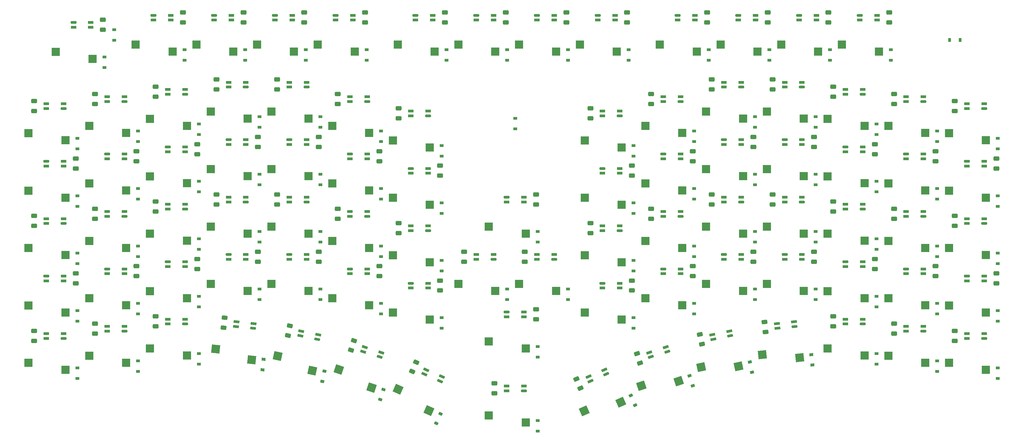
<source format=gbr>
%TF.GenerationSoftware,KiCad,Pcbnew,8.0.5*%
%TF.CreationDate,2024-10-10T16:29:34+02:00*%
%TF.ProjectId,eepyboard_rev2,65657079-626f-4617-9264-5f726576322e,1.1*%
%TF.SameCoordinates,Original*%
%TF.FileFunction,Paste,Bot*%
%TF.FilePolarity,Positive*%
%FSLAX46Y46*%
G04 Gerber Fmt 4.6, Leading zero omitted, Abs format (unit mm)*
G04 Created by KiCad (PCBNEW 8.0.5) date 2024-10-10 16:29:34*
%MOMM*%
%LPD*%
G01*
G04 APERTURE LIST*
G04 Aperture macros list*
%AMRoundRect*
0 Rectangle with rounded corners*
0 $1 Rounding radius*
0 $2 $3 $4 $5 $6 $7 $8 $9 X,Y pos of 4 corners*
0 Add a 4 corners polygon primitive as box body*
4,1,4,$2,$3,$4,$5,$6,$7,$8,$9,$2,$3,0*
0 Add four circle primitives for the rounded corners*
1,1,$1+$1,$2,$3*
1,1,$1+$1,$4,$5*
1,1,$1+$1,$6,$7*
1,1,$1+$1,$8,$9*
0 Add four rect primitives between the rounded corners*
20,1,$1+$1,$2,$3,$4,$5,0*
20,1,$1+$1,$4,$5,$6,$7,0*
20,1,$1+$1,$6,$7,$8,$9,0*
20,1,$1+$1,$8,$9,$2,$3,0*%
%AMRotRect*
0 Rectangle, with rotation*
0 The origin of the aperture is its center*
0 $1 length*
0 $2 width*
0 $3 Rotation angle, in degrees counterclockwise*
0 Add horizontal line*
21,1,$1,$2,0,0,$3*%
G04 Aperture macros list end*
%ADD10R,1.800000X0.820000*%
%ADD11RoundRect,0.205000X-0.695000X-0.205000X0.695000X-0.205000X0.695000X0.205000X-0.695000X0.205000X0*%
%ADD12RoundRect,0.205000X0.695000X0.205000X-0.695000X0.205000X-0.695000X-0.205000X0.695000X-0.205000X0*%
%ADD13RotRect,2.600000X2.600000X168.000000*%
%ADD14R,2.600000X2.600000*%
%ADD15RotRect,2.600000X2.600000X192.000000*%
%ADD16RotRect,2.600000X2.600000X198.000000*%
%ADD17RotRect,2.600000X2.600000X162.000000*%
%ADD18RotRect,2.600000X2.600000X174.000000*%
%ADD19RotRect,1.800000X0.820000X348.000000*%
%ADD20RoundRect,0.205000X-0.722434X-0.056022X0.637191X-0.345019X0.722434X0.056022X-0.637191X0.345019X0*%
%ADD21RotRect,1.800000X0.820000X354.000000*%
%ADD22RoundRect,0.205000X-0.712621X-0.131230X0.669764X-0.276524X0.712621X0.131230X-0.669764X0.276524X0*%
%ADD23RotRect,2.600000X2.600000X204.000000*%
%ADD24RotRect,1.800000X0.820000X24.000000*%
%ADD25RoundRect,0.205000X-0.551533X-0.469959X0.718295X0.095405X0.551533X0.469959X-0.718295X-0.095405X0*%
%ADD26RotRect,2.600000X2.600000X186.000000*%
%ADD27RotRect,1.800000X0.820000X18.000000*%
%ADD28RoundRect,0.205000X-0.597636X-0.409733X0.724333X0.019800X0.597636X0.409733X-0.724333X-0.019800X0*%
%ADD29RotRect,1.800000X0.820000X12.000000*%
%ADD30RoundRect,0.205000X-0.637191X-0.345019X0.722434X-0.056022X0.637191X0.345019X-0.722434X0.056022X0*%
%ADD31RotRect,2.600000X2.600000X156.000000*%
%ADD32RotRect,1.800000X0.820000X336.000000*%
%ADD33RoundRect,0.205000X-0.718295X0.095405X0.551533X-0.469959X0.718295X-0.095405X-0.551533X0.469959X0*%
%ADD34RotRect,1.800000X0.820000X342.000000*%
%ADD35RoundRect,0.205000X-0.724333X0.019800X0.597636X-0.409733X0.724333X-0.019800X-0.597636X0.409733X0*%
%ADD36RotRect,1.800000X0.820000X6.000000*%
%ADD37RoundRect,0.205000X-0.669764X-0.276524X0.712621X-0.131230X0.669764X0.276524X-0.712621X0.131230X0*%
%ADD38R,1.200000X0.900000*%
%ADD39RoundRect,0.250000X-0.650000X0.412500X-0.650000X-0.412500X0.650000X-0.412500X0.650000X0.412500X0*%
%ADD40RoundRect,0.250000X0.650000X-0.412500X0.650000X0.412500X-0.650000X0.412500X-0.650000X-0.412500X0*%
%ADD41RoundRect,0.250000X0.721560X-0.268343X0.550032X0.538628X-0.721560X0.268343X-0.550032X-0.538628X0*%
%ADD42RotRect,0.900000X1.200000X78.000000*%
%ADD43RoundRect,0.250000X0.426026X-0.641216X0.761583X0.112459X-0.426026X0.641216X-0.761583X-0.112459X0*%
%ADD44RotRect,0.900000X1.200000X96.000000*%
%ADD45RotRect,0.900000X1.200000X108.000000*%
%ADD46RotRect,0.900000X1.200000X72.000000*%
%ADD47RoundRect,0.250000X0.550032X-0.538628X0.721560X0.268343X-0.550032X0.538628X-0.721560X-0.268343X0*%
%ADD48RotRect,0.900000X1.200000X84.000000*%
%ADD49RotRect,0.900000X1.200000X66.000000*%
%ADD50RoundRect,0.250000X0.603321X-0.478184X0.689557X0.342297X-0.603321X0.478184X-0.689557X-0.342297X0*%
%ADD51RotRect,0.900000X1.200000X102.000000*%
%ADD52RoundRect,0.250000X0.689557X-0.342297X0.603321X0.478184X-0.689557X0.342297X-0.603321X-0.478184X0*%
%ADD53R,0.900000X1.200000*%
%ADD54RotRect,0.900000X1.200000X114.000000*%
%ADD55RoundRect,0.250000X0.761583X-0.112459X0.426026X0.641216X-0.761583X0.112459X-0.426026X-0.641216X0*%
%ADD56RoundRect,0.250000X0.745656X-0.191450X0.490717X0.593172X-0.745656X0.191450X-0.490717X-0.593172X0*%
%ADD57RoundRect,0.250000X0.490717X-0.593172X0.745656X0.191450X-0.490717X0.593172X-0.745656X-0.191450X0*%
G04 APERTURE END LIST*
D10*
%TO.C,LED3*%
X72247817Y-97898302D03*
X72247817Y-99398302D03*
D11*
X77647813Y-99398302D03*
D10*
X77647813Y-97898302D03*
%TD*%
%TO.C,LED67*%
X308647812Y-110648302D03*
X308647812Y-109148302D03*
D12*
X303247816Y-109148302D03*
D10*
X303247816Y-110648302D03*
%TD*%
D13*
%TO.C,S64*%
X155473694Y-181507063D03*
X144633495Y-176953758D03*
%TD*%
D14*
%TO.C,S88*%
X332722812Y-81548299D03*
X321172812Y-79348299D03*
%TD*%
D10*
%TO.C,LED73*%
X365647812Y-117398304D03*
X365647812Y-115898304D03*
D12*
X360247816Y-115898304D03*
D10*
X360247816Y-117398304D03*
%TD*%
D15*
%TO.C,S68*%
X288828793Y-180145241D03*
X277073784Y-180394697D03*
%TD*%
D10*
%TO.C,LED21*%
X265247816Y-95648303D03*
X265247816Y-97148303D03*
D11*
X270647812Y-97148303D03*
D10*
X270647812Y-95648303D03*
%TD*%
D14*
%TO.C,S37*%
X271222811Y-143048302D03*
X259672811Y-140848302D03*
%TD*%
%TO.C,S77*%
X111722812Y-81548302D03*
X100172812Y-79348302D03*
%TD*%
D10*
%TO.C,LED72*%
X365647808Y-153398299D03*
X365647808Y-151898299D03*
D12*
X360247812Y-151898299D03*
D10*
X360247812Y-153398299D03*
%TD*%
D14*
%TO.C,S82*%
X212722811Y-81548305D03*
X201172811Y-79348305D03*
%TD*%
D10*
%TO.C,LED59*%
X191647812Y-119648299D03*
X191647812Y-118148299D03*
D12*
X186247816Y-118148299D03*
D10*
X186247816Y-119648299D03*
%TD*%
%TO.C,LED84*%
X250147812Y-71648300D03*
X250147812Y-70148300D03*
D12*
X244747816Y-70148300D03*
D10*
X244747816Y-71648300D03*
%TD*%
D14*
%TO.C,S24*%
X173222811Y-161048300D03*
X161672811Y-158848300D03*
%TD*%
%TO.C,S50*%
X328222813Y-140798300D03*
X316672813Y-138598300D03*
%TD*%
D10*
%TO.C,LED54*%
X153647812Y-146648304D03*
X153647812Y-145148304D03*
D12*
X148247816Y-145148304D03*
D10*
X148247816Y-146648304D03*
%TD*%
D14*
%TO.C,S58*%
X366222813Y-181298306D03*
X354672813Y-179098306D03*
%TD*%
%TO.C,S61*%
X366222811Y-127298302D03*
X354672811Y-125098302D03*
%TD*%
D10*
%TO.C,LED48*%
X96647809Y-151148301D03*
X96647809Y-149648301D03*
D12*
X91247813Y-149648301D03*
D10*
X91247813Y-151148301D03*
%TD*%
D14*
%TO.C,S36*%
X271222813Y-161048300D03*
X259672813Y-158848300D03*
%TD*%
D10*
%TO.C,LED76*%
X86147808Y-73898303D03*
X86147808Y-72398303D03*
D12*
X80747812Y-72398303D03*
D10*
X80747812Y-73898303D03*
%TD*%
D14*
%TO.C,S23*%
X154222813Y-102548300D03*
X142672813Y-100348300D03*
%TD*%
%TO.C,S78*%
X130722812Y-81548303D03*
X119172812Y-79348303D03*
%TD*%
D10*
%TO.C,LED32*%
X360247813Y-169898298D03*
X360247813Y-171398298D03*
D11*
X365647809Y-171398298D03*
D10*
X365647809Y-169898298D03*
%TD*%
D14*
%TO.C,S11*%
X116222814Y-176798303D03*
X104672814Y-174598303D03*
%TD*%
D10*
%TO.C,LED55*%
X153647811Y-110648300D03*
X153647811Y-109148300D03*
D12*
X148247815Y-109148300D03*
D10*
X148247815Y-110648300D03*
%TD*%
D14*
%TO.C,S87*%
X313722814Y-81548302D03*
X302172814Y-79348302D03*
%TD*%
D10*
%TO.C,LED14*%
X167247813Y-131648301D03*
X167247813Y-133148301D03*
D11*
X172647809Y-133148301D03*
D10*
X172647809Y-131648301D03*
%TD*%
%TO.C,LED16*%
X186247813Y-136148303D03*
X186247813Y-137648303D03*
D11*
X191647809Y-137648303D03*
D10*
X191647809Y-136148303D03*
%TD*%
D14*
%TO.C,S76*%
X86722812Y-83798299D03*
X75172812Y-81598299D03*
%TD*%
D10*
%TO.C,LED66*%
X308647807Y-146648300D03*
X308647807Y-145148300D03*
D12*
X303247811Y-145148300D03*
D10*
X303247811Y-146648300D03*
%TD*%
%TO.C,LED56*%
X172647811Y-151148300D03*
X172647811Y-149648300D03*
D12*
X167247815Y-149648300D03*
D10*
X167247815Y-151148300D03*
%TD*%
D14*
%TO.C,S29*%
X192222816Y-147548301D03*
X180672816Y-145348301D03*
%TD*%
D10*
%TO.C,LED1*%
X72247815Y-169898302D03*
X72247815Y-171398302D03*
D11*
X77647811Y-171398302D03*
D10*
X77647811Y-169898302D03*
%TD*%
%TO.C,LED77*%
X111147808Y-71648303D03*
X111147808Y-70148303D03*
D12*
X105747812Y-70148303D03*
D10*
X105747812Y-71648303D03*
%TD*%
%TO.C,LED17*%
X186247814Y-100148300D03*
X186247814Y-101648300D03*
D11*
X191647810Y-101648300D03*
D10*
X191647810Y-100148300D03*
%TD*%
%TO.C,LED6*%
X91247812Y-95648302D03*
X91247812Y-97148302D03*
D11*
X96647808Y-97148302D03*
D10*
X96647808Y-95648302D03*
%TD*%
%TO.C,LED60*%
X251647806Y-155648302D03*
X251647806Y-154148302D03*
D12*
X246247810Y-154148302D03*
D10*
X246247810Y-155648302D03*
%TD*%
D14*
%TO.C,S53*%
X347222817Y-179048300D03*
X335672817Y-176848300D03*
%TD*%
D10*
%TO.C,LED18*%
X246247814Y-136148303D03*
X246247814Y-137648303D03*
D11*
X251647810Y-137648303D03*
D10*
X251647810Y-136148303D03*
%TD*%
D14*
%TO.C,S20*%
X154222811Y-156548303D03*
X142672811Y-154348303D03*
%TD*%
%TO.C,S74*%
X222222813Y-138548298D03*
X210672813Y-136348298D03*
%TD*%
D10*
%TO.C,LED86*%
X294147811Y-71648305D03*
X294147811Y-70148305D03*
D12*
X288747815Y-70148305D03*
D10*
X288747815Y-71648305D03*
%TD*%
D16*
%TO.C,S69*%
X270104261Y-184807572D03*
X258439722Y-186284394D03*
%TD*%
D10*
%TO.C,LED10*%
X129247811Y-127148303D03*
X129247811Y-128648303D03*
D11*
X134647807Y-128648303D03*
D10*
X134647807Y-127148303D03*
%TD*%
D17*
%TO.C,S65*%
X174020778Y-186831637D03*
X163715914Y-181170166D03*
%TD*%
D14*
%TO.C,S33*%
X252222811Y-147548301D03*
X240672811Y-145348301D03*
%TD*%
%TO.C,S46*%
X309222814Y-120548301D03*
X297672814Y-118348301D03*
%TD*%
%TO.C,S56*%
X347222815Y-125048302D03*
X335672815Y-122848302D03*
%TD*%
D10*
%TO.C,LED26*%
X322247815Y-165398304D03*
X322247815Y-166898304D03*
D11*
X327647811Y-166898304D03*
D10*
X327647811Y-165398304D03*
%TD*%
D18*
%TO.C,S63*%
X136471639Y-178150359D03*
X125214874Y-174755107D03*
%TD*%
D19*
%TO.C,LED36*%
X151999457Y-169113908D03*
X151687588Y-170581129D03*
D20*
X156969583Y-171703852D03*
D19*
X157281452Y-170236631D03*
%TD*%
D10*
%TO.C,LED78*%
X130147810Y-71648304D03*
X130147810Y-70148304D03*
D12*
X124747814Y-70148304D03*
D10*
X124747814Y-71648304D03*
%TD*%
D14*
%TO.C,S57*%
X347222812Y-107048302D03*
X335672812Y-104848302D03*
%TD*%
%TO.C,S73*%
X212722812Y-156548300D03*
X201172812Y-154348300D03*
%TD*%
D10*
%TO.C,LED64*%
X289647812Y-146648303D03*
X289647812Y-145148303D03*
D12*
X284247816Y-145148303D03*
D10*
X284247816Y-146648303D03*
%TD*%
D14*
%TO.C,S9*%
X97222816Y-125048305D03*
X85672816Y-122848305D03*
%TD*%
%TO.C,S52*%
X328222813Y-104798301D03*
X316672813Y-102598301D03*
%TD*%
D10*
%TO.C,LED20*%
X265247814Y-131648298D03*
X265247814Y-133148298D03*
D11*
X270647810Y-133148298D03*
D10*
X270647810Y-131648298D03*
%TD*%
%TO.C,LED27*%
X322247817Y-129398300D03*
X322247817Y-130898300D03*
D11*
X327647813Y-130898300D03*
D10*
X327647813Y-129398300D03*
%TD*%
D14*
%TO.C,S2*%
X78222808Y-163298299D03*
X66672808Y-161098299D03*
%TD*%
D10*
%TO.C,LED31*%
X341247813Y-95648301D03*
X341247813Y-97148301D03*
D11*
X346647809Y-97148301D03*
D10*
X346647809Y-95648301D03*
%TD*%
%TO.C,LED34*%
X360247812Y-97898299D03*
X360247812Y-99398299D03*
D11*
X365647808Y-99398299D03*
D10*
X365647808Y-97898299D03*
%TD*%
%TO.C,LED61*%
X251647811Y-119648302D03*
X251647811Y-118148302D03*
D12*
X246247815Y-118148302D03*
D10*
X246247815Y-119648302D03*
%TD*%
D14*
%TO.C,S86*%
X294722815Y-81548303D03*
X283172815Y-79348303D03*
%TD*%
D10*
%TO.C,LED83*%
X231147810Y-71648303D03*
X231147810Y-70148303D03*
D12*
X225747814Y-70148303D03*
D10*
X225747814Y-71648303D03*
%TD*%
%TO.C,LED11*%
X129247811Y-91148300D03*
X129247811Y-92648300D03*
D11*
X134647807Y-92648300D03*
D10*
X134647807Y-91148300D03*
%TD*%
%TO.C,LED79*%
X149147807Y-71648301D03*
X149147807Y-70148301D03*
D12*
X143747811Y-70148301D03*
D10*
X143747811Y-71648301D03*
%TD*%
%TO.C,LED75*%
X221647810Y-128648302D03*
X221647810Y-127148302D03*
D12*
X216247814Y-127148302D03*
D10*
X216247814Y-128648302D03*
%TD*%
D14*
%TO.C,S55*%
X347222817Y-143048303D03*
X335672817Y-140848303D03*
%TD*%
%TO.C,S13*%
X116222812Y-140798297D03*
X104672812Y-138598297D03*
%TD*%
D10*
%TO.C,LED9*%
X110247816Y-93398302D03*
X110247816Y-94898302D03*
D11*
X115647812Y-94898302D03*
D10*
X115647812Y-93398302D03*
%TD*%
%TO.C,LED85*%
X275147811Y-71648303D03*
X275147811Y-70148303D03*
D12*
X269747815Y-70148303D03*
D10*
X269747815Y-71648303D03*
%TD*%
D21*
%TO.C,LED35*%
X131721002Y-166188250D03*
X131564209Y-167680032D03*
D22*
X136934624Y-168244486D03*
D21*
X137091417Y-166752704D03*
%TD*%
D23*
%TO.C,S70*%
X251969651Y-191401606D03*
X240523382Y-194089615D03*
%TD*%
D14*
%TO.C,S21*%
X154222815Y-138548306D03*
X142672815Y-136348306D03*
%TD*%
%TO.C,S83*%
X231722814Y-81548303D03*
X220172814Y-79348303D03*
%TD*%
D10*
%TO.C,LED80*%
X168147812Y-71648299D03*
X168147812Y-70148299D03*
D12*
X162747816Y-70148299D03*
D10*
X162747816Y-71648299D03*
%TD*%
D14*
%TO.C,S25*%
X173222809Y-143048303D03*
X161672809Y-140848303D03*
%TD*%
D10*
%TO.C,LED19*%
X246247814Y-100148302D03*
X246247814Y-101648302D03*
D11*
X251647810Y-101648302D03*
D10*
X251647810Y-100148302D03*
%TD*%
D14*
%TO.C,S14*%
X116222809Y-122798301D03*
X104672809Y-120598301D03*
%TD*%
D10*
%TO.C,LED63*%
X270647811Y-115148300D03*
X270647811Y-113648300D03*
D12*
X265247815Y-113648300D03*
D10*
X265247815Y-115148300D03*
%TD*%
D14*
%TO.C,S79*%
X149722813Y-81548303D03*
X138172813Y-79348303D03*
%TD*%
D10*
%TO.C,LED15*%
X167247812Y-95648299D03*
X167247812Y-97148299D03*
D11*
X172647808Y-97148299D03*
D10*
X172647808Y-95648299D03*
%TD*%
D24*
%TO.C,LED42*%
X241874419Y-183417443D03*
X242484525Y-184787761D03*
D25*
X247417669Y-182591383D03*
D24*
X246807563Y-181221065D03*
%TD*%
D10*
%TO.C,LED33*%
X360247810Y-133898302D03*
X360247810Y-135398302D03*
D11*
X365647806Y-135398302D03*
D10*
X365647806Y-133898302D03*
%TD*%
D14*
%TO.C,S71*%
X222222816Y-197748077D03*
X210672816Y-195548077D03*
%TD*%
%TO.C,S28*%
X192222813Y-165548302D03*
X180672813Y-163348302D03*
%TD*%
D10*
%TO.C,LED69*%
X327647812Y-112898299D03*
X327647812Y-111398299D03*
D12*
X322247816Y-111398299D03*
D10*
X322247816Y-112898299D03*
%TD*%
%TO.C,LED62*%
X270647810Y-151148299D03*
X270647810Y-149648299D03*
D12*
X265247814Y-149648299D03*
D10*
X265247814Y-151148299D03*
%TD*%
%TO.C,LED51*%
X115647808Y-112898301D03*
X115647808Y-111398301D03*
D12*
X110247812Y-111398301D03*
D10*
X110247812Y-112898301D03*
%TD*%
D14*
%TO.C,S59*%
X366222812Y-163298304D03*
X354672812Y-161098304D03*
%TD*%
%TO.C,S54*%
X347222811Y-161048300D03*
X335672811Y-158848300D03*
%TD*%
%TO.C,S35*%
X252222812Y-111548302D03*
X240672812Y-109348302D03*
%TD*%
D26*
%TO.C,S67*%
X307938101Y-177465698D03*
X296221410Y-176485053D03*
%TD*%
D14*
%TO.C,S84*%
X250722813Y-81548295D03*
X239172813Y-79348295D03*
%TD*%
D10*
%TO.C,LED53*%
X134647813Y-110648302D03*
X134647813Y-109148302D03*
D12*
X129247817Y-109148302D03*
D10*
X129247817Y-110648302D03*
%TD*%
D14*
%TO.C,S60*%
X366222814Y-145298299D03*
X354672814Y-143098299D03*
%TD*%
D10*
%TO.C,LED28*%
X322247816Y-93398300D03*
X322247816Y-94898300D03*
D11*
X327647812Y-94898300D03*
D10*
X327647812Y-93398300D03*
%TD*%
D14*
%TO.C,S40*%
X290222815Y-156548302D03*
X278672815Y-154348302D03*
%TD*%
%TO.C,S12*%
X116222812Y-158798301D03*
X104672812Y-156598301D03*
%TD*%
D10*
%TO.C,LED4*%
X91247815Y-167648299D03*
X91247815Y-169148299D03*
D11*
X96647811Y-169148299D03*
D10*
X96647811Y-167648299D03*
%TD*%
D14*
%TO.C,S1*%
X78222815Y-181298303D03*
X66672815Y-179098303D03*
%TD*%
D27*
%TO.C,LED41*%
X260898907Y-175811907D03*
X261362434Y-177238491D03*
D28*
X266498137Y-175569799D03*
D27*
X266034610Y-174143215D03*
%TD*%
D14*
%TO.C,S32*%
X252222811Y-165548303D03*
X240672811Y-163348303D03*
%TD*%
D10*
%TO.C,LED70*%
X346647813Y-151148299D03*
X346647813Y-149648299D03*
D12*
X341247817Y-149648299D03*
D10*
X341247817Y-151148299D03*
%TD*%
%TO.C,LED24*%
X303247815Y-127148298D03*
X303247815Y-128648298D03*
D11*
X308647811Y-128648298D03*
D10*
X308647811Y-127148298D03*
%TD*%
%TO.C,LED22*%
X284247815Y-127148304D03*
X284247815Y-128648304D03*
D11*
X289647811Y-128648304D03*
D10*
X289647811Y-127148304D03*
%TD*%
%TO.C,LED8*%
X110247814Y-129398304D03*
X110247814Y-130898304D03*
D11*
X115647810Y-130898304D03*
D10*
X115647810Y-129398304D03*
%TD*%
D14*
%TO.C,S22*%
X154222815Y-120548300D03*
X142672815Y-118348300D03*
%TD*%
D29*
%TO.C,LED40*%
X280614173Y-170236633D03*
X280926042Y-171703854D03*
D30*
X286208037Y-170581131D03*
D29*
X285896168Y-169113910D03*
%TD*%
D10*
%TO.C,LED23*%
X284247815Y-91148302D03*
X284247815Y-92648302D03*
D11*
X289647811Y-92648302D03*
D10*
X289647811Y-91148302D03*
%TD*%
%TO.C,LED46*%
X77647808Y-153398301D03*
X77647808Y-151898301D03*
D12*
X72247812Y-151898301D03*
D10*
X72247812Y-153398301D03*
%TD*%
D14*
%TO.C,S5*%
X78222814Y-109298301D03*
X66672814Y-107098301D03*
%TD*%
D10*
%TO.C,LED71*%
X346647810Y-115148301D03*
X346647810Y-113648301D03*
D12*
X341247814Y-113648301D03*
D10*
X341247814Y-115148301D03*
%TD*%
D14*
%TO.C,S43*%
X290222812Y-102548306D03*
X278672812Y-100348306D03*
%TD*%
%TO.C,S19*%
X135222811Y-102548301D03*
X123672811Y-100348301D03*
%TD*%
%TO.C,S38*%
X271222811Y-125048301D03*
X259672811Y-122848301D03*
%TD*%
D10*
%TO.C,LED30*%
X341247813Y-131648300D03*
X341247813Y-133148300D03*
D11*
X346647809Y-133148300D03*
D10*
X346647809Y-131648300D03*
%TD*%
D14*
%TO.C,S48*%
X328222812Y-176798303D03*
X316672812Y-174598303D03*
%TD*%
%TO.C,S62*%
X366222808Y-109298300D03*
X354672808Y-107098300D03*
%TD*%
%TO.C,S30*%
X192222814Y-129548302D03*
X180672814Y-127348302D03*
%TD*%
%TO.C,S15*%
X116222810Y-104798301D03*
X104672810Y-102598301D03*
%TD*%
%TO.C,S80*%
X168722813Y-81548300D03*
X157172813Y-79348300D03*
%TD*%
D10*
%TO.C,LED25*%
X303247810Y-91148303D03*
X303247810Y-92648303D03*
D11*
X308647806Y-92648303D03*
D10*
X308647806Y-91148303D03*
%TD*%
D14*
%TO.C,S39*%
X271222813Y-107048303D03*
X259672813Y-104848303D03*
%TD*%
%TO.C,S31*%
X192222813Y-111548302D03*
X180672813Y-109348302D03*
%TD*%
%TO.C,S3*%
X78222811Y-145298305D03*
X66672811Y-143098305D03*
%TD*%
D10*
%TO.C,LED57*%
X172647809Y-115148302D03*
X172647809Y-113648302D03*
D12*
X167247813Y-113648302D03*
D10*
X167247813Y-115148302D03*
%TD*%
D14*
%TO.C,S34*%
X252222811Y-129548299D03*
X240672811Y-127348299D03*
%TD*%
%TO.C,S18*%
X135222818Y-120548303D03*
X123672818Y-118348303D03*
%TD*%
D10*
%TO.C,LED87*%
X313147805Y-71648301D03*
X313147805Y-70148301D03*
D12*
X307747809Y-70148301D03*
D10*
X307747809Y-71648301D03*
%TD*%
D14*
%TO.C,S42*%
X290222816Y-120548302D03*
X278672816Y-118348302D03*
%TD*%
D31*
%TO.C,S66*%
X191909695Y-194065735D03*
X182253067Y-187358127D03*
%TD*%
D14*
%TO.C,S47*%
X309222809Y-102548302D03*
X297672809Y-100348302D03*
%TD*%
%TO.C,S8*%
X97222809Y-143048301D03*
X85672809Y-140848301D03*
%TD*%
%TO.C,S44*%
X309222813Y-156548299D03*
X297672813Y-154348299D03*
%TD*%
%TO.C,S27*%
X173222813Y-107048300D03*
X161672813Y-104848300D03*
%TD*%
%TO.C,S10*%
X97222809Y-107048301D03*
X85672809Y-104848301D03*
%TD*%
D10*
%TO.C,LED82*%
X212147811Y-71648303D03*
X212147811Y-70148303D03*
D12*
X206747815Y-70148303D03*
D10*
X206747815Y-71648303D03*
%TD*%
D32*
%TO.C,LED38*%
X191088060Y-181221066D03*
X190477956Y-182591384D03*
D33*
X195411102Y-184787762D03*
D32*
X196021206Y-183417444D03*
%TD*%
D10*
%TO.C,LED43*%
X216247812Y-186348075D03*
X216247812Y-187848075D03*
D11*
X221647808Y-187848075D03*
D10*
X221647808Y-186348075D03*
%TD*%
%TO.C,LED68*%
X327647809Y-148898299D03*
X327647809Y-147398299D03*
D12*
X322247813Y-147398299D03*
D10*
X322247813Y-148898299D03*
%TD*%
D14*
%TO.C,S75*%
X231722813Y-156548299D03*
X220172813Y-154348299D03*
%TD*%
%TO.C,S7*%
X97222814Y-161048300D03*
X85672814Y-158848300D03*
%TD*%
D10*
%TO.C,LED13*%
X148247817Y-91148306D03*
X148247817Y-92648306D03*
D11*
X153647813Y-92648306D03*
D10*
X153647813Y-91148306D03*
%TD*%
%TO.C,LED88*%
X332147809Y-71648301D03*
X332147809Y-70148301D03*
D12*
X326747813Y-70148301D03*
D10*
X326747813Y-71648301D03*
%TD*%
%TO.C,LED47*%
X77647811Y-117398301D03*
X77647811Y-115898301D03*
D12*
X72247815Y-115898301D03*
D10*
X72247815Y-117398301D03*
%TD*%
%TO.C,LED44*%
X206747813Y-145148302D03*
X206747813Y-146648302D03*
D11*
X212147809Y-146648302D03*
D10*
X212147809Y-145148302D03*
%TD*%
D14*
%TO.C,S17*%
X135222815Y-138548304D03*
X123672815Y-136348304D03*
%TD*%
%TO.C,S16*%
X135222812Y-156548301D03*
X123672812Y-154348301D03*
%TD*%
D10*
%TO.C,LED2*%
X72247815Y-133898302D03*
X72247815Y-135398302D03*
D11*
X77647811Y-135398302D03*
D10*
X77647811Y-133898302D03*
%TD*%
D14*
%TO.C,S45*%
X309222813Y-138548300D03*
X297672813Y-136348300D03*
%TD*%
D10*
%TO.C,LED7*%
X110247816Y-165398302D03*
X110247816Y-166898302D03*
D11*
X115647812Y-166898302D03*
D10*
X115647812Y-165398302D03*
%TD*%
D14*
%TO.C,S26*%
X173222814Y-125048299D03*
X161672814Y-122848299D03*
%TD*%
%TO.C,S4*%
X78222812Y-127298303D03*
X66672812Y-125098303D03*
%TD*%
D10*
%TO.C,LED45*%
X225747812Y-145148300D03*
X225747812Y-146648300D03*
D11*
X231147808Y-146648300D03*
D10*
X231147808Y-145148300D03*
%TD*%
%TO.C,LED52*%
X134647811Y-146648300D03*
X134647811Y-145148300D03*
D12*
X129247815Y-145148300D03*
D10*
X129247815Y-146648300D03*
%TD*%
%TO.C,LED58*%
X191647812Y-155648301D03*
X191647812Y-154148301D03*
D12*
X186247816Y-154148301D03*
D10*
X186247816Y-155648301D03*
%TD*%
D34*
%TO.C,LED37*%
X171861013Y-174143214D03*
X171397487Y-175569798D03*
D35*
X176533189Y-177238488D03*
D34*
X176996715Y-175811904D03*
%TD*%
D14*
%TO.C,S49*%
X328222813Y-158798306D03*
X316672813Y-156598306D03*
%TD*%
%TO.C,S6*%
X97222815Y-179048300D03*
X85672815Y-176848300D03*
%TD*%
D10*
%TO.C,LED5*%
X91247811Y-131648301D03*
X91247811Y-133148301D03*
D11*
X96647807Y-133148301D03*
D10*
X96647807Y-131648301D03*
%TD*%
%TO.C,LED74*%
X221647812Y-164648302D03*
X221647812Y-163148302D03*
D12*
X216247816Y-163148302D03*
D10*
X216247816Y-164648302D03*
%TD*%
%TO.C,LED65*%
X289647815Y-110648302D03*
X289647815Y-109148302D03*
D12*
X284247819Y-109148302D03*
D10*
X284247819Y-110648302D03*
%TD*%
%TO.C,LED29*%
X341247818Y-167648300D03*
X341247818Y-169148300D03*
D11*
X346647814Y-169148300D03*
D10*
X346647814Y-167648300D03*
%TD*%
D36*
%TO.C,LED39*%
X300804208Y-166752707D03*
X300961001Y-168244489D03*
D37*
X306331416Y-167680035D03*
D36*
X306174623Y-166188253D03*
%TD*%
D10*
%TO.C,LED50*%
X115647813Y-148898302D03*
X115647813Y-147398302D03*
D12*
X110247817Y-147398302D03*
D10*
X110247817Y-148898302D03*
%TD*%
D14*
%TO.C,S85*%
X275722813Y-81548304D03*
X264172813Y-79348304D03*
%TD*%
%TO.C,S41*%
X290222815Y-138548305D03*
X278672815Y-136348305D03*
%TD*%
D10*
%TO.C,LED81*%
X193147812Y-71648304D03*
X193147812Y-70148304D03*
D12*
X187747816Y-70148304D03*
D10*
X187747816Y-71648304D03*
%TD*%
D14*
%TO.C,S51*%
X328222810Y-122798301D03*
X316672810Y-120598301D03*
%TD*%
%TO.C,S72*%
X222222810Y-174548303D03*
X210672810Y-172348303D03*
%TD*%
D10*
%TO.C,LED49*%
X96647812Y-115148301D03*
X96647812Y-113648301D03*
D12*
X91247816Y-113648301D03*
D10*
X91247816Y-115148301D03*
%TD*%
D14*
%TO.C,S81*%
X193722811Y-81548300D03*
X182172811Y-79348300D03*
%TD*%
D10*
%TO.C,LED12*%
X148247814Y-127148301D03*
X148247814Y-128648301D03*
D11*
X153647810Y-128648301D03*
D10*
X153647810Y-127148301D03*
%TD*%
D38*
%TO.C,D80*%
X172447814Y-84248301D03*
X172447814Y-80948301D03*
%TD*%
D39*
%TO.C,C48*%
X100447811Y-148785803D03*
X100447811Y-151910803D03*
%TD*%
D38*
%TO.C,D11*%
X119947809Y-179498298D03*
X119947809Y-176198298D03*
%TD*%
%TO.C,D19*%
X138947813Y-105248299D03*
X138947813Y-101948299D03*
%TD*%
D40*
%TO.C,C6*%
X87447812Y-97910802D03*
X87447812Y-94785802D03*
%TD*%
D38*
%TO.C,D40*%
X293947813Y-159248303D03*
X293947813Y-155948303D03*
%TD*%
D40*
%TO.C,C33*%
X356447813Y-136160800D03*
X356447813Y-133035800D03*
%TD*%
D38*
%TO.C,D57*%
X350947813Y-109748304D03*
X350947813Y-106448304D03*
%TD*%
%TO.C,D50*%
X331947810Y-143498304D03*
X331947810Y-140198304D03*
%TD*%
D40*
%TO.C,C27*%
X318447813Y-131660800D03*
X318447813Y-128535800D03*
%TD*%
D38*
%TO.C,D45*%
X312947812Y-141248301D03*
X312947812Y-137948301D03*
%TD*%
%TO.C,D56*%
X350947814Y-127748300D03*
X350947814Y-124448300D03*
%TD*%
D39*
%TO.C,C62*%
X274447811Y-148785801D03*
X274447811Y-151910801D03*
%TD*%
D41*
%TO.C,C40*%
X277367612Y-173239756D03*
X276717888Y-170183044D03*
%TD*%
D42*
%TO.C,D64*%
X158555934Y-184922534D03*
X159242040Y-181694646D03*
%TD*%
D38*
%TO.C,D20*%
X157947813Y-159248303D03*
X157947813Y-155948303D03*
%TD*%
D39*
%TO.C,C84*%
X253947808Y-69285801D03*
X253947808Y-72410801D03*
%TD*%
%TO.C,C55*%
X157447815Y-108285804D03*
X157447815Y-111410804D03*
%TD*%
D38*
%TO.C,D42*%
X293947812Y-123248302D03*
X293947812Y-119948302D03*
%TD*%
%TO.C,D3*%
X81947815Y-147998301D03*
X81947815Y-144698301D03*
%TD*%
%TO.C,D27*%
X176947811Y-109748298D03*
X176947811Y-106448298D03*
%TD*%
D39*
%TO.C,C57*%
X176447812Y-112785802D03*
X176447812Y-115910802D03*
%TD*%
%TO.C,C53*%
X138447810Y-108285800D03*
X138447810Y-111410800D03*
%TD*%
D38*
%TO.C,D35*%
X255947816Y-114248303D03*
X255947816Y-110948303D03*
%TD*%
D43*
%TO.C,C38*%
X186696348Y-181742365D03*
X187967400Y-178887535D03*
%TD*%
D38*
%TO.C,D85*%
X279447811Y-84248300D03*
X279447811Y-80948300D03*
%TD*%
D39*
%TO.C,C72*%
X369447814Y-151035802D03*
X369447814Y-154160802D03*
%TD*%
D44*
%TO.C,D67*%
X311924925Y-179761540D03*
X311579981Y-176479618D03*
%TD*%
D38*
%TO.C,D15*%
X119947813Y-107498303D03*
X119947813Y-104198303D03*
%TD*%
D40*
%TO.C,C11*%
X125447812Y-93410804D03*
X125447812Y-90285804D03*
%TD*%
%TO.C,C29*%
X337447816Y-169910802D03*
X337447816Y-166785802D03*
%TD*%
%TO.C,C24*%
X299447811Y-129410800D03*
X299447811Y-126285800D03*
%TD*%
D38*
%TO.C,D30*%
X195947810Y-132248297D03*
X195947810Y-128948297D03*
%TD*%
D40*
%TO.C,C26*%
X318447809Y-167660807D03*
X318447809Y-164535807D03*
%TD*%
D39*
%TO.C,C80*%
X171947811Y-69285801D03*
X171947811Y-72410801D03*
%TD*%
D38*
%TO.C,D82*%
X216447812Y-84248300D03*
X216447812Y-80948300D03*
%TD*%
D40*
%TO.C,C3*%
X68447814Y-100160803D03*
X68447814Y-97035803D03*
%TD*%
D45*
%TO.C,D69*%
X274481294Y-186224335D03*
X273461538Y-183085849D03*
%TD*%
D38*
%TO.C,D24*%
X176947818Y-163748300D03*
X176947818Y-160448300D03*
%TD*%
D40*
%TO.C,C17*%
X182447812Y-102410800D03*
X182447812Y-99285800D03*
%TD*%
D39*
%TO.C,C71*%
X350447811Y-112785802D03*
X350447811Y-115910802D03*
%TD*%
%TO.C,C85*%
X278947810Y-69285803D03*
X278947810Y-72410803D03*
%TD*%
D38*
%TO.C,D43*%
X293947810Y-105248301D03*
X293947810Y-101948301D03*
%TD*%
%TO.C,D29*%
X195947810Y-150248300D03*
X195947810Y-146948300D03*
%TD*%
%TO.C,D4*%
X81947813Y-129998302D03*
X81947813Y-126698302D03*
%TD*%
D39*
%TO.C,C63*%
X274447815Y-112785799D03*
X274447815Y-115910799D03*
%TD*%
D38*
%TO.C,D54*%
X350947811Y-163748302D03*
X350947811Y-160448302D03*
%TD*%
D39*
%TO.C,C66*%
X312447816Y-144285800D03*
X312447816Y-147410800D03*
%TD*%
D38*
%TO.C,D47*%
X312947814Y-105248301D03*
X312947814Y-101948301D03*
%TD*%
D40*
%TO.C,C45*%
X221947812Y-147410802D03*
X221947812Y-144285802D03*
%TD*%
D38*
%TO.C,D31*%
X195947810Y-114248301D03*
X195947810Y-110948301D03*
%TD*%
%TO.C,D34*%
X255947816Y-132248300D03*
X255947816Y-128948300D03*
%TD*%
%TO.C,D83*%
X235447814Y-84248303D03*
X235447814Y-80948303D03*
%TD*%
D39*
%TO.C,C60*%
X255447813Y-153285805D03*
X255447813Y-156410805D03*
%TD*%
D46*
%TO.C,D65*%
X176729121Y-190550571D03*
X177748879Y-187412087D03*
%TD*%
D38*
%TO.C,D5*%
X81947811Y-111998301D03*
X81947811Y-108698301D03*
%TD*%
%TO.C,D61*%
X369947812Y-129998301D03*
X369947812Y-126698301D03*
%TD*%
D47*
%TO.C,C36*%
X147812091Y-170536900D03*
X148461815Y-167480188D03*
%TD*%
D39*
%TO.C,C77*%
X114947812Y-69285804D03*
X114947812Y-72410804D03*
%TD*%
D40*
%TO.C,C31*%
X337447813Y-97910802D03*
X337447813Y-94785802D03*
%TD*%
D38*
%TO.C,D28*%
X195947815Y-168248301D03*
X195947815Y-164948301D03*
%TD*%
%TO.C,D51*%
X331947816Y-125498299D03*
X331947816Y-122198299D03*
%TD*%
D39*
%TO.C,C88*%
X335947808Y-69285801D03*
X335947808Y-72410801D03*
%TD*%
D48*
%TO.C,D63*%
X139894006Y-181224939D03*
X140238950Y-177943017D03*
%TD*%
D49*
%TO.C,D66*%
X194214461Y-198047400D03*
X195556695Y-195032706D03*
%TD*%
D38*
%TO.C,D52*%
X331947814Y-107498298D03*
X331947814Y-104198298D03*
%TD*%
D50*
%TO.C,C35*%
X127705320Y-168041151D03*
X128031972Y-164933271D03*
%TD*%
D39*
%TO.C,C61*%
X255447812Y-117285798D03*
X255447812Y-120410798D03*
%TD*%
D40*
%TO.C,C30*%
X337447813Y-133910800D03*
X337447813Y-130785800D03*
%TD*%
D38*
%TO.C,D39*%
X274947815Y-109748303D03*
X274947815Y-106448303D03*
%TD*%
D51*
%TO.C,D68*%
X293033754Y-182011769D03*
X292347648Y-178783881D03*
%TD*%
D52*
%TO.C,C39*%
X297261523Y-169400021D03*
X296934871Y-166292141D03*
%TD*%
D40*
%TO.C,C5*%
X87447813Y-133910801D03*
X87447813Y-130785801D03*
%TD*%
%TO.C,C4*%
X87447811Y-169910802D03*
X87447811Y-166785802D03*
%TD*%
%TO.C,C21*%
X261447812Y-97910803D03*
X261447812Y-94785803D03*
%TD*%
D38*
%TO.C,D74*%
X225947811Y-141248301D03*
X225947811Y-137948301D03*
%TD*%
%TO.C,D59*%
X369947810Y-165998299D03*
X369947810Y-162698299D03*
%TD*%
%TO.C,D12*%
X119947813Y-161498299D03*
X119947813Y-158198299D03*
%TD*%
D39*
%TO.C,C65*%
X293447816Y-108285805D03*
X293447816Y-111410805D03*
%TD*%
%TO.C,C67*%
X312447812Y-108285801D03*
X312447812Y-111410801D03*
%TD*%
%TO.C,C47*%
X81447815Y-115035804D03*
X81447815Y-118160804D03*
%TD*%
D53*
%TO.C,D90*%
X354797813Y-77848302D03*
X358097813Y-77848302D03*
%TD*%
D38*
%TO.C,D87*%
X317447814Y-84248302D03*
X317447814Y-80948302D03*
%TD*%
D39*
%TO.C,C64*%
X293447811Y-144285804D03*
X293447811Y-147410804D03*
%TD*%
D38*
%TO.C,D48*%
X331947814Y-179498297D03*
X331947814Y-176198297D03*
%TD*%
D39*
%TO.C,C79*%
X152947812Y-69285803D03*
X152947812Y-72410803D03*
%TD*%
D40*
%TO.C,C20*%
X261447813Y-133910804D03*
X261447813Y-130785804D03*
%TD*%
D38*
%TO.C,D14*%
X119947816Y-125498301D03*
X119947816Y-122198301D03*
%TD*%
D40*
%TO.C,C22*%
X280447813Y-129410803D03*
X280447813Y-126285803D03*
%TD*%
%TO.C,C13*%
X144447814Y-93410800D03*
X144447814Y-90285800D03*
%TD*%
D38*
%TO.C,D88*%
X336447811Y-84248299D03*
X336447811Y-80948299D03*
%TD*%
%TO.C,D72*%
X225947815Y-177248301D03*
X225947815Y-173948301D03*
%TD*%
%TO.C,D36*%
X274947815Y-163748301D03*
X274947815Y-160448301D03*
%TD*%
D39*
%TO.C,C76*%
X89947812Y-71535799D03*
X89947812Y-74660799D03*
%TD*%
D40*
%TO.C,C28*%
X318447817Y-95660801D03*
X318447817Y-92535801D03*
%TD*%
D38*
%TO.C,D76*%
X90447814Y-86498303D03*
X90447814Y-83198303D03*
%TD*%
D39*
%TO.C,C68*%
X331447812Y-146535802D03*
X331447812Y-149660802D03*
%TD*%
D40*
%TO.C,C18*%
X242447816Y-138410805D03*
X242447816Y-135285805D03*
%TD*%
D39*
%TO.C,C70*%
X350447813Y-148785801D03*
X350447813Y-151910801D03*
%TD*%
D40*
%TO.C,C1*%
X68447814Y-172160799D03*
X68447814Y-169035799D03*
%TD*%
D38*
%TO.C,D60*%
X369947814Y-147998300D03*
X369947814Y-144698300D03*
%TD*%
%TO.C,D44*%
X312947814Y-159248304D03*
X312947814Y-155948304D03*
%TD*%
%TO.C,D26*%
X176947816Y-127748304D03*
X176947816Y-124448304D03*
%TD*%
%TO.C,D33*%
X255947811Y-150248302D03*
X255947811Y-146948302D03*
%TD*%
D39*
%TO.C,C52*%
X138447812Y-144285803D03*
X138447812Y-147410803D03*
%TD*%
%TO.C,C58*%
X195447813Y-153285800D03*
X195447813Y-156410800D03*
%TD*%
%TO.C,C46*%
X81447812Y-151035800D03*
X81447812Y-154160800D03*
%TD*%
D38*
%TO.C,D13*%
X119947813Y-143498303D03*
X119947813Y-140198303D03*
%TD*%
D39*
%TO.C,C73*%
X369447813Y-115035803D03*
X369447813Y-118160803D03*
%TD*%
D38*
%TO.C,D22*%
X157947812Y-123248304D03*
X157947812Y-119948304D03*
%TD*%
%TO.C,D7*%
X100947811Y-163748302D03*
X100947811Y-160448302D03*
%TD*%
D40*
%TO.C,C44*%
X202947811Y-147410806D03*
X202947811Y-144285806D03*
%TD*%
%TO.C,C2*%
X68447816Y-136160799D03*
X68447816Y-133035799D03*
%TD*%
D38*
%TO.C,D6*%
X100947810Y-181748298D03*
X100947810Y-178448298D03*
%TD*%
%TO.C,D23*%
X157947813Y-105248302D03*
X157947813Y-101948302D03*
%TD*%
D39*
%TO.C,C81*%
X196947811Y-69285802D03*
X196947811Y-72410802D03*
%TD*%
D40*
%TO.C,C16*%
X182447816Y-138410804D03*
X182447816Y-135285804D03*
%TD*%
D38*
%TO.C,D71*%
X225947812Y-200448076D03*
X225947812Y-197148076D03*
%TD*%
D39*
%TO.C,C49*%
X100447814Y-112785802D03*
X100447814Y-115910802D03*
%TD*%
%TO.C,C54*%
X157447812Y-144285803D03*
X157447812Y-147410803D03*
%TD*%
D38*
%TO.C,D2*%
X81947815Y-165998303D03*
X81947815Y-162698303D03*
%TD*%
%TO.C,D81*%
X197447816Y-84248302D03*
X197447816Y-80948302D03*
%TD*%
D39*
%TO.C,C87*%
X316947814Y-69285802D03*
X316947814Y-72410802D03*
%TD*%
D38*
%TO.C,D46*%
X312947810Y-123248304D03*
X312947810Y-119948304D03*
%TD*%
%TO.C,D18*%
X138947809Y-123248301D03*
X138947809Y-119948301D03*
%TD*%
%TO.C,D79*%
X153447811Y-84248302D03*
X153447811Y-80948302D03*
%TD*%
%TO.C,D9*%
X100947812Y-127748300D03*
X100947812Y-124448300D03*
%TD*%
%TO.C,D41*%
X293947816Y-141248302D03*
X293947816Y-137948302D03*
%TD*%
%TO.C,D16*%
X138947813Y-159248302D03*
X138947813Y-155948302D03*
%TD*%
D40*
%TO.C,C43*%
X212447817Y-188610578D03*
X212447817Y-185485578D03*
%TD*%
D39*
%TO.C,C59*%
X195447812Y-117285803D03*
X195447812Y-120410803D03*
%TD*%
D40*
%TO.C,C10*%
X125447810Y-129410801D03*
X125447810Y-126285801D03*
%TD*%
D38*
%TO.C,D25*%
X176947809Y-145748300D03*
X176947809Y-142448300D03*
%TD*%
%TO.C,D55*%
X350947812Y-145748302D03*
X350947812Y-142448302D03*
%TD*%
%TO.C,D62*%
X369947814Y-111998303D03*
X369947814Y-108698303D03*
%TD*%
D54*
%TO.C,D70*%
X256470801Y-192353090D03*
X255128567Y-189338388D03*
%TD*%
D40*
%TO.C,C32*%
X356447809Y-172160800D03*
X356447809Y-169035800D03*
%TD*%
D38*
%TO.C,D38*%
X274947812Y-127748306D03*
X274947812Y-124448306D03*
%TD*%
D40*
%TO.C,C7*%
X106447811Y-167660798D03*
X106447811Y-164535798D03*
%TD*%
%TO.C,C12*%
X144447810Y-129410801D03*
X144447810Y-126285801D03*
%TD*%
D38*
%TO.C,D1*%
X81947809Y-183998301D03*
X81947809Y-180698301D03*
%TD*%
D40*
%TO.C,C14*%
X163447816Y-133910803D03*
X163447816Y-130785803D03*
%TD*%
D39*
%TO.C,C69*%
X331447814Y-110535800D03*
X331447814Y-113660800D03*
%TD*%
%TO.C,C56*%
X176447810Y-148785800D03*
X176447810Y-151910800D03*
%TD*%
%TO.C,C83*%
X234947812Y-69285799D03*
X234947812Y-72410799D03*
%TD*%
%TO.C,C50*%
X119447810Y-146535801D03*
X119447810Y-149660801D03*
%TD*%
%TO.C,C78*%
X133947811Y-69285802D03*
X133947811Y-72410802D03*
%TD*%
%TO.C,C74*%
X225447814Y-162285800D03*
X225447814Y-165410800D03*
%TD*%
D38*
%TO.C,D91*%
X93447813Y-74698299D03*
X93447813Y-77998299D03*
%TD*%
D55*
%TO.C,C42*%
X239323189Y-187029935D03*
X238052137Y-184175105D03*
%TD*%
D38*
%TO.C,D84*%
X254447811Y-84248301D03*
X254447811Y-80948301D03*
%TD*%
D40*
%TO.C,C8*%
X106447809Y-131660799D03*
X106447809Y-128535799D03*
%TD*%
D38*
%TO.C,D77*%
X115447815Y-84248302D03*
X115447815Y-80948302D03*
%TD*%
%TO.C,D10*%
X100947810Y-109748302D03*
X100947810Y-106448302D03*
%TD*%
D56*
%TO.C,C41*%
X257984044Y-179137937D03*
X257018366Y-176165885D03*
%TD*%
D38*
%TO.C,D53*%
X350947815Y-181748302D03*
X350947815Y-178448302D03*
%TD*%
%TO.C,D75*%
X235447813Y-159248302D03*
X235447813Y-155948302D03*
%TD*%
D40*
%TO.C,C34*%
X356447814Y-100160800D03*
X356447814Y-97035800D03*
%TD*%
D38*
%TO.C,D73*%
X216447812Y-159248303D03*
X216447812Y-155948303D03*
%TD*%
%TO.C,D21*%
X157947812Y-141248300D03*
X157947812Y-137948300D03*
%TD*%
D40*
%TO.C,C19*%
X242447816Y-102410802D03*
X242447816Y-99285802D03*
%TD*%
D39*
%TO.C,C82*%
X215947816Y-69285803D03*
X215947816Y-72410803D03*
%TD*%
%TO.C,C51*%
X119447812Y-110535805D03*
X119447812Y-113660805D03*
%TD*%
D40*
%TO.C,C9*%
X106447812Y-95660803D03*
X106447812Y-92535803D03*
%TD*%
D38*
%TO.C,D32*%
X255947814Y-168248303D03*
X255947814Y-164948303D03*
%TD*%
D40*
%TO.C,C25*%
X299447812Y-93410800D03*
X299447812Y-90285800D03*
%TD*%
D38*
%TO.C,D86*%
X298447810Y-84248303D03*
X298447810Y-80948303D03*
%TD*%
%TO.C,D17*%
X138947812Y-141248303D03*
X138947812Y-137948303D03*
%TD*%
%TO.C,D78*%
X134447809Y-84248300D03*
X134447809Y-80948300D03*
%TD*%
D57*
%TO.C,C37*%
X167547847Y-175120713D03*
X168513525Y-172148661D03*
%TD*%
D40*
%TO.C,C23*%
X280447812Y-93410801D03*
X280447812Y-90285801D03*
%TD*%
D38*
%TO.C,D37*%
X274947812Y-145748300D03*
X274947812Y-142448300D03*
%TD*%
%TO.C,D8*%
X100947812Y-145748301D03*
X100947812Y-142448301D03*
%TD*%
D40*
%TO.C,C15*%
X163447814Y-97910802D03*
X163447814Y-94785802D03*
%TD*%
D39*
%TO.C,C86*%
X297947814Y-69285804D03*
X297947814Y-72410804D03*
%TD*%
%TO.C,C75*%
X225447814Y-126285801D03*
X225447814Y-129410801D03*
%TD*%
D38*
%TO.C,D89*%
X218947812Y-102448301D03*
X218947812Y-105748301D03*
%TD*%
%TO.C,D58*%
X369947810Y-183998300D03*
X369947810Y-180698300D03*
%TD*%
%TO.C,D49*%
X331947816Y-161498301D03*
X331947816Y-158198301D03*
%TD*%
M02*

</source>
